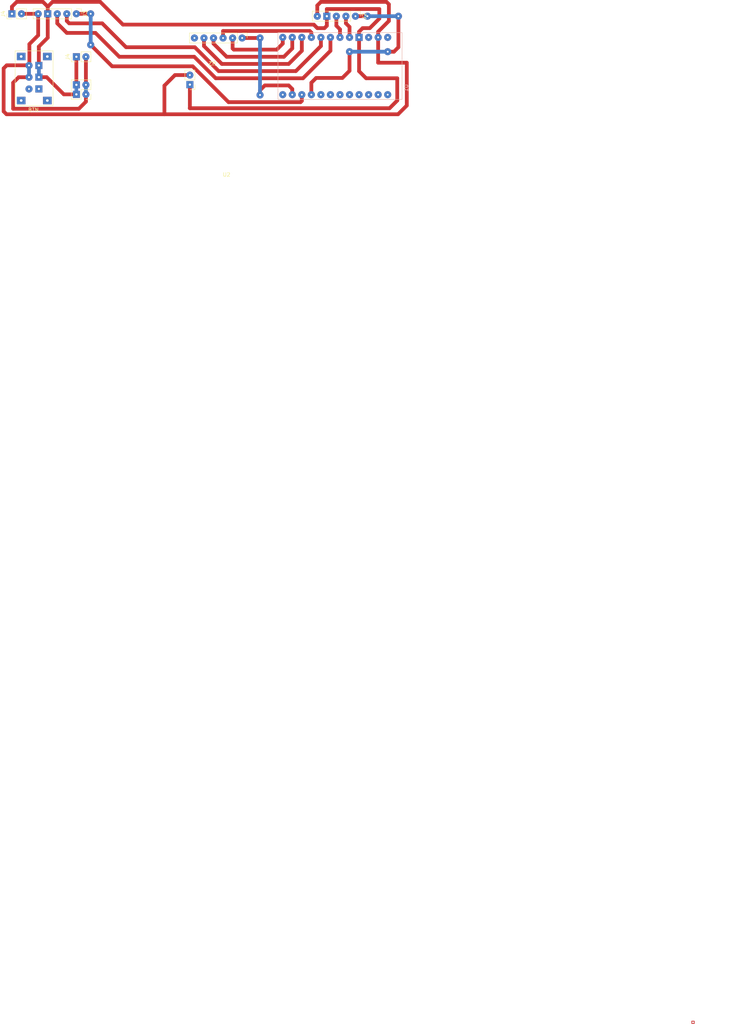
<source format=kicad_pcb>
(kicad_pcb (version 20221018) (generator pcbnew)
  (layers (0 "F.Cu" signal) (31 "B.Cu" signal) (34 "B.Paste" user) (35 "F.Paste" user) (36 "B.SilkS" user "B.Silkscreen") (37 "F.SilkS" user "F.Silkscreen") (38 "B.Mask" user) (39 "F.Mask" user) (44 "Edge.Cuts" user))
  (net 0 "")
  (net 1 "+5V")
  (net 2 "GND")
  (net 13 "Net-(J2-Pad1)")
  (net 14 "Net-(J2-Pad3)")
  (net 15 "Net-(J3-Pad2)")
  (net 16 "Net-(J2-Pad2)")
  (net 17 "Net-(J3-Pad3)")
  (net 19 "Net-(U1-PadJP6_9)")
  (net 20 "Net-(U1-PadJP6_10)")
  (net 21 "Net-(U1-PadJP6_11)")
  (net 22 "Net-(U1-PadJP6_12)")
  (net 23 "Net-(U1-PadJP7_2)")
  (net 25 "Net-(J3-Pad1)")
  (footprint "Arduino pro mini:NRF24L01" (layer "F.Cu") (at 69.8525 29.8425 180)
    (fp_text reference "U2" (at 0 -0.5 180 unlocked) (layer "F.SilkS"))
    (fp_text value "NRF24L01")
    (fp_line (start -9.263297 7.597626) (end -9.263297 6.267626) (stroke (width 0.12)) (layer "F.SilkS"))
    (fp_line (start -7.933297 7.597626) (end -9.263297 7.597626) (stroke (width 0.12)) (layer "F.SilkS"))
    (fp_line (start -6.663297 4.937626) (end 6.096703 4.937626) (stroke (width 0.12)) (layer "F.SilkS"))
    (fp_line (start -6.663297 7.597626) (end -6.663297 4.937626) (stroke (width 0.12)) (layer "F.SilkS"))
    (fp_line (start -6.663297 7.597626) (end 6.096703 7.597626) (stroke (width 0.12)) (layer "F.SilkS"))
    (fp_line (start 4.654 -7.467) (end 5.984 -7.467) (stroke (width 0.12)) (layer "F.SilkS"))
    (fp_line (start 4.654 -6.137) (end 4.654 -7.467) (stroke (width 0.12)) (layer "F.SilkS"))
    (fp_line (start 4.654 -4.867) (end 4.654 -2.267) (stroke (width 0.12)) (layer "F.SilkS"))
    (fp_line (start 4.654 -4.867) (end 7.314 -4.867) (stroke (width 0.12)) (layer "F.SilkS"))
    (fp_line (start 4.654 -2.267) (end 7.314 -2.267) (stroke (width 0.12)) (layer "F.SilkS"))
    (fp_line (start 6.096703 7.597626) (end 6.096703 4.937626) (stroke (width 0.12)) (layer "F.SilkS"))
    (fp_line (start 7.314 -4.867) (end 7.314 -2.267) (stroke (width 0.12)) (layer "F.SilkS"))
    (pad "1" thru_hole oval (at 5.984 -3.597 180) (size 1.9 1.9) (drill 0.5) (layers "*.Cu" "*.Mask") (net 2 "GND"))
    (pad "2" thru_hole rect (at 5.984 -6.137 180) (size 1.9 1.9) (drill 0.6) (layers "*.Cu" "*.Mask") (net 1 "+5V"))
    (pad "3" thru_hole oval (at -7.933297 6.267626 270) (size 1.9 1.9) (drill 0.5) (layers "*.Cu" "*.Mask") (net 23 "Net-(U1-PadJP7_2)"))
    (pad "4" thru_hole oval (at -5.393297 6.267626 270) (size 1.9 1.9) (drill 0.5) (layers "*.Cu" "*.Mask") (net 22 "Net-(U1-PadJP6_12)"))
    (pad "5" thru_hole oval (at -2.853297 6.267626 270) (size 1.9 1.9) (drill 0.5) (layers "*.Cu" "*.Mask") (net 19 "Net-(U1-PadJP6_9)"))
    (pad "6" thru_hole oval (at -0.313297 6.267626 270) (size 1.9 1.9) (drill 0.5) (layers "*.Cu" "*.Mask") (net 21 "Net-(U1-PadJP6_11)"))
    (pad "7" thru_hole oval (at 2.226703 6.267626 270) (size 1.9 1.9) (drill 0.5) (layers "*.Cu" "*.Mask") (net 20 "Net-(U1-PadJP6_10)"))
    (pad "8" thru_hole oval (at 4.766703 6.267626 270) (size 1.9 1.9) (drill 0.5) (layers "*.Cu" "*.Mask"))
  )
  (footprint "" (layer "F.Cu") (at 106.369203 27.220126)
    (fp_text reference "" (at 0 0) (layer "F.SilkS") (effects (font (size 1.27 1.27))))
    (fp_text value "" (at 0 0) (layer "F.SilkS") (effects (font (size 1.27 1.27))))
    (pad "JP7_4" thru_hole oval (at 0 0) (size 1.9 1.9) (drill 0.5) (layers "*.Cu" "*.Mask") (net 13 "Net-(J2-Pad1)"))
  )
  (footprint "" (layer "F.Cu") (at 119.3825 17.7775)
    (fp_text reference "" (at 0 0) (layer "F.SilkS") (effects (font (size 1.27 1.27))))
    (fp_text value "" (at 0 0) (layer "F.SilkS") (effects (font (size 1.27 1.27))))
    (pad "1" thru_hole oval (at 0 0 270) (size 1.9 1.9) (drill 0.5) (layers "*.Cu" "*.Mask") (net 13 "Net-(J2-Pad1)"))
  )
  (footprint "Connector_PinHeader_2.54mm:PinHeader_2x02_P2.54mm_Vertical" (layer "F.Cu") (at 36.1975 38.5725 180)
    (fp_text reference "" (at 1.27 -2.33) (layer "F.SilkS"))
    (fp_text value "POWERS")
    (fp_line (start -1.33 -1.33) (end 0 -1.33) (stroke (width 0.12)) (layer "F.SilkS"))
    (fp_line (start -1.33 0) (end -1.33 -1.33) (stroke (width 0.12)) (layer "F.SilkS"))
    (fp_line (start -1.33 1.27) (end -1.33 3.87) (stroke (width 0.12)) (layer "F.SilkS"))
    (fp_line (start -1.33 1.27) (end 1.27 1.27) (stroke (width 0.12)) (layer "F.SilkS"))
    (fp_line (start -1.33 3.87) (end 3.87 3.87) (stroke (width 0.12)) (layer "F.SilkS"))
    (fp_line (start 1.27 -1.33) (end 3.87 -1.33) (stroke (width 0.12)) (layer "F.SilkS"))
    (fp_line (start 1.27 1.27) (end 1.27 -1.33) (stroke (width 0.12)) (layer "F.SilkS"))
    (fp_line (start 3.87 -1.33) (end 3.87 3.87) (stroke (width 0.12)) (layer "F.SilkS"))
    (pad "1" thru_hole oval (at 0 0 180) (size 1.9 1.9) (drill 0.5) (layers "*.Cu" "*.Mask") (net 2 "GND"))
    (pad "2" thru_hole rect (at 2.54 0 180) (size 1.9 1.9) (drill 0.6) (layers "*.Cu" "*.Mask") (net 1 "+5V"))
    (pad "3" thru_hole oval (at 0 2.54 180) (size 1.9 1.9) (drill 0.5) (layers "*.Cu" "*.Mask") (net 2 "GND"))
    (pad "4" thru_hole rect (at 2.54 2.54 180) (size 1.9 1.9) (drill 0.6) (layers "*.Cu" "*.Mask") (net 1 "+5V"))
  )
  (footprint "" (layer "F.Cu") (at 111.1275 17.7775)
    (fp_text reference "" (at 0 0) (layer "F.SilkS") (effects (font (size 1.27 1.27))))
    (fp_text value "" (at 0 0) (layer "F.SilkS") (effects (font (size 1.27 1.27))))
    (pad "1" thru_hole oval (at 0 0 270) (size 1.9 1.9) (drill 0.5) (layers "*.Cu" "*.Mask") (net 13 "Net-(J2-Pad1)"))
  )
  (footprint "Connector_PinHeader_2.54mm:PinHeader_1x02_P2.54mm_Vertical" (layer "F.Cu") (at 33.6575 28.5725 90)
    (fp_text reference "J4" (at 0 -2.33 90) (layer "F.SilkS"))
    (fp_text value "Power-IN")
    (fp_line (start -1.33 -1.33) (end 0 -1.33) (stroke (width 0.12)) (layer "F.SilkS"))
    (fp_line (start -1.33 0) (end -1.33 -1.33) (stroke (width 0.12)) (layer "F.SilkS"))
    (fp_line (start -1.33 1.27) (end -1.33 3.87) (stroke (width 0.12)) (layer "F.SilkS"))
    (fp_line (start -1.33 1.27) (end 1.33 1.27) (stroke (width 0.12)) (layer "F.SilkS"))
    (fp_line (start -1.33 3.87) (end 1.33 3.87) (stroke (width 0.12)) (layer "F.SilkS"))
    (fp_line (start 1.33 1.27) (end 1.33 3.87) (stroke (width 0.12)) (layer "F.SilkS"))
    (pad "1" thru_hole rect (at 0 0 90) (size 1.9 1.9) (drill 0.6) (layers "*.Cu" "*.Mask") (net 1 "+5V"))
    (pad "2" thru_hole oval (at 0 2.54 90) (size 1.9 1.9) (drill 0.5) (layers "*.Cu" "*.Mask") (net 2 "GND"))
  )
  (footprint "" (layer "F.Cu") (at 116.529203 27.220126)
    (fp_text reference "" (at 0 0) (layer "F.SilkS") (effects (font (size 1.27 1.27))))
    (fp_text value "" (at 0 0) (layer "F.SilkS") (effects (font (size 1.27 1.27))))
    (pad "JP7_4" thru_hole oval (at 0 0) (size 1.9 1.9) (drill 0.5) (layers "*.Cu" "*.Mask") (net 13 "Net-(J2-Pad1)"))
  )
  (footprint "" (layer "F.Cu") (at 82.5525 38.7325)
    (fp_text reference "" (at 0 0) (layer "F.SilkS") (effects (font (size 1.27 1.27))))
    (fp_text value "" (at 0 0) (layer "F.SilkS") (effects (font (size 1.27 1.27))))
    (pad "3" thru_hole oval (at 0 0 270) (size 1.9 1.9) (drill 0.5) (layers "*.Cu" "*.Mask") (net 23 "Net-(U1-PadJP7_2)"))
  )
  (footprint "Connector_PinHeader_2.54mm:PinHeader_1x05_P2.54mm_Vertical" (layer "F.Cu") (at 107.9475 17.7775 -90)
    (fp_text reference "J2" (at 0 -2.33 90) (layer "F.SilkS"))
    (fp_text value "Joystick_Right")
    (fp_line (start -1.33 -1.33) (end 0 -1.33) (stroke (width 0.12)) (layer "F.SilkS"))
    (fp_line (start -1.33 0) (end -1.33 -1.33) (stroke (width 0.12)) (layer "F.SilkS"))
    (fp_line (start -1.33 1.27) (end -1.33 11.49) (stroke (width 0.12)) (layer "F.SilkS"))
    (fp_line (start -1.33 1.27) (end 1.33 1.27) (stroke (width 0.12)) (layer "F.SilkS"))
    (fp_line (start -1.33 11.49) (end 1.33 11.49) (stroke (width 0.12)) (layer "F.SilkS"))
    (fp_line (start 1.33 1.27) (end 1.33 11.49) (stroke (width 0.12)) (layer "F.SilkS"))
    (pad "1" thru_hole oval (at 0 0 270) (size 1.9 1.9) (drill 0.5) (layers "*.Cu" "*.Mask") (net 13 "Net-(J2-Pad1)"))
    (pad "2" thru_hole oval (at 0 2.54 270) (size 1.9 1.9) (drill 0.5) (layers "*.Cu" "*.Mask") (net 16 "Net-(J2-Pad2)"))
    (pad "3" thru_hole oval (at 0 5.08 270) (size 1.9 1.9) (drill 0.5) (layers "*.Cu" "*.Mask") (net 14 "Net-(J2-Pad3)"))
    (pad "4" thru_hole rect (at 0 7.62 270) (size 1.9 1.9) (drill 0.6) (layers "*.Cu" "*.Mask") (net 1 "+5V"))
    (pad "5" thru_hole oval (at 0 10.16 270) (size 1.9 1.9) (drill 0.5) (layers "*.Cu" "*.Mask") (net 2 "GND"))
  )
  (footprint "Connector_PinHeader_2.54mm:PushButton_6_pin" (layer "F.Cu") (at 25.970152 40.090209 180)
    (fp_text reference "BTN" (at 3.74 -2.618) (layer "F.SilkS"))
    (fp_text value "PushButton")
    (fp_line (start -1.491194 -1.496) (end -1.491194 13.09) (stroke (width 0.12)) (layer "F.SilkS"))
    (fp_line (start -1.491194 -1.496) (end 8.602 -1.496) (stroke (width 0.12)) (layer "F.SilkS"))
    (fp_line (start -1.491194 13.09) (end 8.602 13.09) (stroke (width 0.12)) (layer "F.SilkS"))
    (fp_line (start 8.602 -1.496) (end 8.602 13.09) (stroke (width 0.12)) (layer "F.SilkS"))
    (pad "" thru_hole rect (at 0.03893 -0.118391 180) (size 2.3 2) (drill 0.7) (layers "*.Cu" "*.Mask"))
    (pad "" thru_hole rect (at 0.043736 11.586152 180) (size 2.3 2) (drill 0.7) (layers "*.Cu" "*.Mask"))
    (pad "" thru_hole rect (at 7.000509 -0.118391 180) (size 2.3 2) (drill 0.7) (layers "*.Cu" "*.Mask"))
    (pad "" thru_hole rect (at 7.000509 11.59419 180) (size 2.3 2) (drill 0.7) (layers "*.Cu" "*.Mask"))
    (pad "1" thru_hole rect (at 2.294688 2.967779 180) (size 1.9 1.9) (drill 0.6) (layers "*.Cu" "*.Mask"))
    (pad "2" thru_hole oval (at 4.918896 2.948554 180) (size 1.9 1.9) (drill 0.5) (layers "*.Cu" "*.Mask"))
    (pad "3" thru_hole rect (at 2.29506 6.097205 180) (size 1.9 1.9) (drill 0.6) (layers "*.Cu" "*.Mask") (net 1 "+5V"))
    (pad "4" thru_hole oval (at 4.919268 6.07798 180) (size 1.9 1.9) (drill 0.5) (layers "*.Cu" "*.Mask") (net 2 "GND"))
    (pad "5" thru_hole rect (at 2.30164 9.207406 180) (size 1.9 1.9) (drill 0.6) (layers "*.Cu" "*.Mask") (net 1 "+5V"))
    (pad "6" thru_hole oval (at 4.91964 9.207406 180) (size 1.9 1.9) (drill 0.5) (layers "*.Cu" "*.Mask") (net 2 "GND"))
  )
  (footprint "" (layer "F.Cu") (at 37.4675 25.3975)
    (fp_text reference "" (at 0 0) (layer "F.SilkS") (effects (font (size 1.27 1.27))))
    (fp_text value "" (at 0 0) (layer "F.SilkS") (effects (font (size 1.27 1.27))))
    (pad "1" thru_hole oval (at 0 0 270) (size 1.9 1.9) (drill 0.5) (layers "*.Cu" "*.Mask") (net 25 "Net-(J3-Pad1)"))
  )
  (footprint "Connector_PinHeader_2.54mm:PinHeader_1x02_P2.54mm_Vertical" (layer "F.Cu") (at 16.5075 17.1425 90)
    (fp_text reference "J4" (at 0 -2.33 90) (layer "F.SilkS"))
    (fp_text value "Power-IN")
    (fp_line (start -1.33 -1.33) (end 0 -1.33) (stroke (width 0.12)) (layer "F.SilkS"))
    (fp_line (start -1.33 0) (end -1.33 -1.33) (stroke (width 0.12)) (layer "F.SilkS"))
    (fp_line (start -1.33 1.27) (end -1.33 3.87) (stroke (width 0.12)) (layer "F.SilkS"))
    (fp_line (start -1.33 1.27) (end 1.33 1.27) (stroke (width 0.12)) (layer "F.SilkS"))
    (fp_line (start -1.33 3.87) (end 1.33 3.87) (stroke (width 0.12)) (layer "F.SilkS"))
    (fp_line (start 1.33 1.27) (end 1.33 3.87) (stroke (width 0.12)) (layer "F.SilkS"))
    (pad "1" thru_hole rect (at 0 0 90) (size 1.9 1.9) (drill 0.6) (layers "*.Cu" "*.Mask") (net 1 "+5V"))
    (pad "2" thru_hole oval (at 0 2.54 90) (size 1.9 1.9) (drill 0.5) (layers "*.Cu" "*.Mask") (net 2 "GND"))
  )
  (footprint "" (layer "F.Cu") (at 82.536044 23.568026)
    (fp_text reference "" (at 0 0) (layer "F.SilkS") (effects (font (size 1.27 1.27))))
    (fp_text value "" (at 0 0) (layer "F.SilkS") (effects (font (size 1.27 1.27))))
    (pad "3" thru_hole oval (at 0 0 270) (size 1.9 1.9) (drill 0.5) (layers "*.Cu" "*.Mask") (net 23 "Net-(U1-PadJP7_2)"))
  )
  (footprint "Connector_PinHeader_2.54mm:PinHeader_1x05_P2.54mm_Vertical" (layer "F.Cu") (at 33.6525 17.1425 -90)
    (fp_text reference "J3" (at 0 -2.33 90) (layer "F.SilkS"))
    (fp_text value "Joystick_Left")
    (fp_line (start -1.33 -1.33) (end 0 -1.33) (stroke (width 0.12)) (layer "F.SilkS"))
    (fp_line (start -1.33 0) (end -1.33 -1.33) (stroke (width 0.12)) (layer "F.SilkS"))
    (fp_line (start -1.33 1.27) (end -1.33 11.49) (stroke (width 0.12)) (layer "F.SilkS"))
    (fp_line (start -1.33 1.27) (end 1.33 1.27) (stroke (width 0.12)) (layer "F.SilkS"))
    (fp_line (start -1.33 11.49) (end 1.33 11.49) (stroke (width 0.12)) (layer "F.SilkS"))
    (fp_line (start 1.33 1.27) (end 1.33 11.49) (stroke (width 0.12)) (layer "F.SilkS"))
    (pad "1" thru_hole oval (at 0 0 270) (size 1.9 1.9) (drill 0.5) (layers "*.Cu" "*.Mask") (net 25 "Net-(J3-Pad1)"))
    (pad "2" thru_hole oval (at 0 2.54 270) (size 1.9 1.9) (drill 0.5) (layers "*.Cu" "*.Mask") (net 15 "Net-(J3-Pad2)"))
    (pad "3" thru_hole oval (at 0 5.08 270) (size 1.9 1.9) (drill 0.5) (layers "*.Cu" "*.Mask") (net 17 "Net-(J3-Pad3)"))
    (pad "4" thru_hole rect (at 0 7.62 270) (size 1.9 1.9) (drill 0.6) (layers "*.Cu" "*.Mask") (net 1 "+5V"))
    (pad "5" thru_hole oval (at 0 10.16 270) (size 1.9 1.9) (drill 0.5) (layers "*.Cu" "*.Mask") (net 2 "GND"))
  )
  (footprint "" (layer "F.Cu") (at 37.4675 17.1425)
    (fp_text reference "" (at 0 0) (layer "F.SilkS") (effects (font (size 1.27 1.27))))
    (fp_text value "" (at 0 0) (layer "F.SilkS") (effects (font (size 1.27 1.27))))
    (pad "1" thru_hole oval (at 0 0 270) (size 1.9 1.9) (drill 0.5) (layers "*.Cu" "*.Mask") (net 25 "Net-(J3-Pad1)"))
  )
  (footprint "Arduino pro mini:MODULE_ARDUINO_PRO_MINI" (layer "B.Cu") (at 103.829203 31.030126 90)
    (fp_text reference "U1" (at -5.825 17.635 270) (layer "B.SilkS") (effects (justify mirror)))
    (fp_text value "ARDUINO_PRO_MINI")
    (fp_line (start -8.89 -16.51) (end 8.89 -16.51) (stroke (width 0.127)) (layer "B.SilkS"))
    (fp_line (start -8.89 16.51) (end -8.89 -16.51) (stroke (width 0.127)) (layer "B.SilkS"))
    (fp_line (start 8.89 -16.51) (end 8.89 16.51) (stroke (width 0.127)) (layer "B.SilkS"))
    (fp_line (start 8.89 16.51) (end -8.89 16.51) (stroke (width 0.127)) (layer "B.SilkS"))
    (pad "JP6_1" thru_hole oval (at 7.62 12.7 90) (size 1.9 1.9) (drill 0.5) (layers "*.Cu" "*.Mask"))
    (pad "JP6_2" thru_hole oval (at 7.62 10.16 90) (size 1.9 1.9) (drill 0.5) (layers "*.Cu" "*.Mask") (net 2 "GND"))
    (pad "JP6_3" thru_hole oval (at 7.62 7.62 90) (size 1.9 1.9) (drill 0.5) (layers "*.Cu" "*.Mask"))
    (pad "JP6_4" thru_hole rect (at 7.62 5.08 90) (size 1.9 1.9) (drill 0.6) (layers "*.Cu" "*.Mask") (net 1 "+5V"))
    (pad "JP6_5" thru_hole oval (at 7.62 2.54 90) (size 1.9 1.9) (drill 0.5) (layers "*.Cu" "*.Mask") (net 16 "Net-(J2-Pad2)"))
    (pad "JP6_6" thru_hole oval (at 7.62 0 90) (size 1.9 1.9) (drill 0.5) (layers "*.Cu" "*.Mask") (net 14 "Net-(J2-Pad3)"))
    (pad "JP6_7" thru_hole oval (at 7.62 -2.54 90) (size 1.9 1.9) (drill 0.5) (layers "*.Cu" "*.Mask") (net 17 "Net-(J3-Pad3)"))
    (pad "JP6_8" thru_hole oval (at 7.62 -5.08 90) (size 1.9 1.9) (drill 0.5) (layers "*.Cu" "*.Mask") (net 15 "Net-(J3-Pad2)"))
    (pad "JP6_9" thru_hole oval (at 7.62 -7.62 90) (size 1.9 1.9) (drill 0.5) (layers "*.Cu" "*.Mask") (net 19 "Net-(U1-PadJP6_9)"))
    (pad "JP6_10" thru_hole oval (at 7.62 -10.16 90) (size 1.9 1.9) (drill 0.5) (layers "*.Cu" "*.Mask") (net 20 "Net-(U1-PadJP6_10)"))
    (pad "JP6_11" thru_hole oval (at 7.62 -12.7 90) (size 1.9 1.9) (drill 0.5) (layers "*.Cu" "*.Mask") (net 21 "Net-(U1-PadJP6_11)"))
    (pad "JP6_12" thru_hole oval (at 7.62 -15.24 90) (size 1.9 1.9) (drill 0.5) (layers "*.Cu" "*.Mask") (net 22 "Net-(U1-PadJP6_12)"))
    (pad "JP7_1" thru_hole oval (at -7.62 -15.24 90) (size 1.9 1.9) (drill 0.5) (layers "*.Cu" "*.Mask"))
    (pad "JP7_2" thru_hole oval (at -7.62 -12.7 90) (size 1.9 1.9) (drill 0.5) (layers "*.Cu" "*.Mask") (net 23 "Net-(U1-PadJP7_2)"))
    (pad "JP7_3" thru_hole oval (at -7.62 -10.16 90) (size 1.9 1.9) (drill 0.5) (layers "*.Cu" "*.Mask") (net 25 "Net-(J3-Pad1)"))
    (pad "JP7_4" thru_hole oval (at -7.62 -7.62 90) (size 1.9 1.9) (drill 0.5) (layers "*.Cu" "*.Mask") (net 13 "Net-(J2-Pad1)"))
    (pad "JP7_5" thru_hole oval (at -7.62 -5.08 90) (size 1.9 1.9) (drill 0.5) (layers "*.Cu" "*.Mask"))
    (pad "JP7_6" thru_hole oval (at -7.62 -2.54 90) (size 1.9 1.9) (drill 0.5) (layers "*.Cu" "*.Mask"))
    (pad "JP7_7" thru_hole oval (at -7.62 0 90) (size 1.9 1.9) (drill 0.5) (layers "*.Cu" "*.Mask"))
    (pad "JP7_8" thru_hole oval (at -7.62 2.54 90) (size 1.9 1.9) (drill 0.5) (layers "*.Cu" "*.Mask"))
    (pad "JP7_9" thru_hole oval (at -7.62 5.08 90) (size 1.9 1.9) (drill 0.5) (layers "*.Cu" "*.Mask"))
    (pad "JP7_10" thru_hole oval (at -7.62 7.62 90) (size 1.9 1.9) (drill 0.5) (layers "*.Cu" "*.Mask"))
    (pad "JP7_11" thru_hole oval (at -7.62 10.16 90) (size 1.9 1.9) (drill 0.5) (layers "*.Cu" "*.Mask"))
    (pad "JP7_12" thru_hole oval (at -7.62 12.7 90) (size 1.9 1.9) (drill 0.5) (layers "*.Cu" "*.Mask"))
  )
  (gr_rect (start 197.485 285.115) (end 198.12 285.75) (stroke (width 0.2)) (fill none) (layer "F.Cu"))
  (gr_text "U2" (at 73.631603 59.937205) (layer "F.SilkS") (effects (font (size 1 1))))
  (segment (start 23.664793 25.865207) (end 26.0325 23.4975) (width 1) (layer "F.Cu") (net 1))
  (segment (start 40.0075 13.9675) (end 46.051094 20.011094) (width 1) (layer "F.Cu") (net 1))
  (segment (start 16.5075 17.1425) (end 16.5075 15.2425) (width 1) (layer "F.Cu") (net 1))
  (segment (start 117.02515 42.258578) (end 119.069203 40.214525) (width 1) (layer "F.Cu") (net 1))
  (segment (start 63.8685 42.243656) (end 63.853578 42.258578) (width 1) (layer "F.Cu") (net 1))
  (segment (start 99.6975 20.9525) (end 100.3275 20.3225) (width 1) (layer "F.Cu") (net 1))
  (segment (start 100.3275 20.3225) (end 100.3275 17.7775) (width 1) (layer "F.Cu") (net 1))
  (segment (start 26.0325 23.4975) (end 26.0325 17.1425) (width 1) (layer "F.Cu") (net 1))
  (segment (start 108.909203 32.408571) (end 108.909203 23.410126) (width 1) (layer "F.Cu") (net 1))
  (segment (start 97.7925 20.9525) (end 99.6975 20.9525) (width 1) (layer "F.Cu") (net 1))
  (segment (start 25.743004 33.993004) (end 30.3225 38.5725) (width 1) (layer "F.Cu") (net 1))
  (segment (start 100.3275 15.8725) (end 114.3025 15.8725) (width 1) (layer "F.Cu") (net 1))
  (segment (start 17.7825 13.9675) (end 24.7675 13.9675) (width 1) (layer "F.Cu") (net 1))
  (segment (start 119.069203 40.214525) (end 119.069203 34.2875) (width 1) (layer "F.Cu") (net 1))
  (segment (start 30.3225 38.5725) (end 33.6575 38.5725) (width 1) (layer "F.Cu") (net 1))
  (segment (start 33.6575 36.0325) (end 33.6575 28.5725) (width 1) (layer "F.Cu") (net 1))
  (segment (start 23.664793 30.879084) (end 23.664793 25.865207) (width 1) (layer "F.Cu") (net 1))
  (segment (start 46.051094 20.011094) (end 96.851094 20.011094) (width 1) (layer "F.Cu") (net 1))
  (segment (start 26.0325 15.2425) (end 27.3075 13.9675) (width 1) (layer "F.Cu") (net 1))
  (segment (start 114.3025 18.4125) (end 111.7625 20.9525) (width 1) (layer "F.Cu") (net 1))
  (segment (start 100.3275 17.7775) (end 100.3275 15.8725) (width 1) (layer "F.Cu") (net 1))
  (segment (start 96.851094 20.011094) (end 97.7925 20.9525) (width 1) (layer "F.Cu") (net 1))
  (segment (start 27.3075 13.9675) (end 40.0075 13.9675) (width 1) (layer "F.Cu") (net 1))
  (segment (start 26.0325 17.1425) (end 26.0325 15.2425) (width 1) (layer "F.Cu") (net 1))
  (segment (start 108.909203 21.900797) (end 108.909203 23.410126) (width 1) (layer "F.Cu") (net 1))
  (segment (start 63.8685 35.9795) (end 63.8685 42.243656) (width 1) (layer "F.Cu") (net 1))
  (segment (start 111.7625 20.9525) (end 109.8575 20.9525) (width 1) (layer "F.Cu") (net 1))
  (segment (start 26.0325 15.2325) (end 26.0325 15.2425) (width 1) (layer "F.Cu") (net 1))
  (segment (start 16.5075 15.2425) (end 17.7825 13.9675) (width 1) (layer "F.Cu") (net 1))
  (segment (start 23.668512 30.882803) (end 23.664793 30.879084) (width 1) (layer "F.Cu") (net 1))
  (segment (start 119.069203 34.2875) (end 110.788132 34.2875) (width 1) (layer "F.Cu") (net 1))
  (segment (start 63.853578 42.258578) (end 117.02515 42.258578) (width 1) (layer "F.Cu") (net 1))
  (segment (start 110.788132 34.2875) (end 108.909203 32.408571) (width 1) (layer "F.Cu") (net 1))
  (segment (start 24.7675 13.9675) (end 26.0325 15.2325) (width 1) (layer "F.Cu") (net 1))
  (segment (start 109.8575 20.9525) (end 108.909203 21.900797) (width 1) (layer "F.Cu") (net 1))
  (segment (start 114.3025 15.8725) (end 114.3025 18.4125) (width 1) (layer "F.Cu") (net 1))
  (segment (start 23.675092 33.993004) (end 25.743004 33.993004) (width 1) (layer "F.Cu") (net 1))
  (segment (start 33.6575 38.5725) (end 33.6575 36.0325) (width 1) (layer "B.Cu") (net 1))
  (segment (start 23.675092 33.993004) (end 23.675092 30.889383) (width 1) (layer "B.Cu") (net 1))
  (segment (start 23.675092 30.889383) (end 23.668512 30.882803) (width 1) (layer "B.Cu") (net 1))
  (segment (start 63.8685 33.4395) (end 59.9055 33.4395) (width 1) (layer "F.Cu") (net 2))
  (segment (start 34.317956 42.397958) (end 16.834203 42.397958) (width 1) (layer "F.Cu") (net 2))
  (segment (start 23.4925 17.1425) (end 23.4925 22.8625) (width 1) (layer "F.Cu") (net 2))
  (segment (start 121.609203 41.540392) (end 121.609203 30.151037) (width 1) (layer "F.Cu") (net 2))
  (segment (start 21.007232 30.839523) (end 15.119806 30.839523) (width 1) (layer "F.Cu") (net 2))
  (segment (start 57.096408 36.248592) (end 57.096408 43.868592) (width 1) (layer "F.Cu") (net 2))
  (segment (start 119.281003 43.868592) (end 121.609203 41.540392) (width 1) (layer "F.Cu") (net 2))
  (segment (start 21.050512 30.882803) (end 21.007232 30.839523) (width 1) (layer "F.Cu") (net 2))
  (segment (start 116.8425 14.6025) (end 116.8425 19.0475) (width 1) (layer "F.Cu") (net 2))
  (segment (start 16.834203 35.475126) (end 18.2971 34.012229) (width 1) (layer "F.Cu") (net 2))
  (segment (start 14.294203 43.095126) (end 15.067669 43.868592) (width 1) (layer "F.Cu") (net 2))
  (segment (start 116.2075 13.9675) (end 116.8425 14.6025) (width 1) (layer "F.Cu") (net 2))
  (segment (start 21.154166 30.779149) (end 21.050512 30.882803) (width 1) (layer "F.Cu") (net 2))
  (segment (start 21.154166 25.200834) (end 21.154166 30.779149) (width 1) (layer "F.Cu") (net 2))
  (segment (start 15.119806 30.839523) (end 14.294203 31.665126) (width 1) (layer "F.Cu") (net 2))
  (segment (start 113.989203 30.151037) (end 113.989203 23.410126) (width 1) (layer "F.Cu") (net 2))
  (segment (start 16.834203 42.397958) (end 16.834203 35.475126) (width 1) (layer "F.Cu") (net 2))
  (segment (start 116.8425 19.0475) (end 113.989203 21.900797) (width 1) (layer "F.Cu") (net 2))
  (segment (start 59.9055 33.4395) (end 57.096408 36.248592) (width 1) (layer "F.Cu") (net 2))
  (segment (start 18.2971 34.012229) (end 21.050884 34.012229) (width 1) (layer "F.Cu") (net 2))
  (segment (start 98.745 13.9675) (end 116.2075 13.9675) (width 1) (layer "F.Cu") (net 2))
  (segment (start 121.609203 30.151037) (end 113.989203 30.151037) (width 1) (layer "F.Cu") (net 2))
  (segment (start 113.989203 21.900797) (end 113.989203 23.410126) (width 1) (layer "F.Cu") (net 2))
  (segment (start 36.1975 28.5725) (end 36.1975 36.0325) (width 1) (layer "F.Cu") (net 2))
  (segment (start 23.4925 22.8625) (end 21.154166 25.200834) (width 1) (layer "F.Cu") (net 2))
  (segment (start 15.067669 43.868592) (end 57.096408 43.868592) (width 1) (layer "F.Cu") (net 2))
  (segment (start 97.7875 14.925) (end 98.745 13.9675) (width 1) (layer "F.Cu") (net 2))
  (segment (start 19.0475 17.1425) (end 23.4925 17.1425) (width 1) (layer "F.Cu") (net 2))
  (segment (start 97.7875 17.7775) (end 97.7875 14.925) (width 1) (layer "F.Cu") (net 2))
  (segment (start 36.1975 38.5725) (end 36.1975 40.518414) (width 1) (layer "F.Cu") (net 2))
  (segment (start 36.1975 40.518414) (end 34.317956 42.397958) (width 1) (layer "F.Cu") (net 2))
  (segment (start 57.096408 43.868592) (end 119.281003 43.868592) (width 1) (layer "F.Cu") (net 2))
  (segment (start 14.294203 31.665126) (end 14.294203 43.095126) (width 1) (layer "F.Cu") (net 2))
  (segment (start 21.050512 34.011857) (end 21.050884 34.012229) (width 1) (layer "B.Cu") (net 2))
  (segment (start 21.050512 30.882803) (end 21.050512 34.011857) (width 1) (layer "B.Cu") (net 2))
  (segment (start 36.1975 38.5725) (end 36.1975 36.0325) (width 1) (layer "B.Cu") (net 2))
  (segment (start 97.479203 34.205126) (end 104.464203 34.205126) (width 1) (layer "F.Cu") (net 13))
  (segment (start 104.464203 34.205126) (end 106.369203 32.300126) (width 1) (layer "F.Cu") (net 13))
  (segment (start 106.369203 32.300126) (end 106.369203 27.220126) (width 1) (layer "F.Cu") (net 13))
  (segment (start 119.3825 17.7775) (end 119.3825 26.0325) (width 1) (layer "F.Cu") (net 13))
  (segment (start 119.3825 26.0325) (end 118.194874 27.220126) (width 1) (layer "F.Cu") (net 13))
  (segment (start 96.209203 38.650126) (end 96.209203 35.475126) (width 1) (layer "F.Cu") (net 13))
  (segment (start 107.9475 17.7775) (end 111.1275 17.7775) (width 1) (layer "F.Cu") (net 13))
  (segment (start 118.194874 27.220126) (end 116.529203 27.220126) (width 1) (layer "F.Cu") (net 13))
  (segment (start 96.209203 35.475126) (end 97.479203 34.205126) (width 1) (layer "F.Cu") (net 13))
  (segment (start 106.369203 27.220126) (end 116.529203 27.220126) (width 1) (layer "B.Cu") (net 13))
  (segment (start 111.1275 17.7775) (end 119.3825 17.7775) (width 1) (layer "B.Cu") (net 13))
  (segment (start 103.829203 21.274203) (end 103.829203 23.410126) (width 1) (layer "F.Cu") (net 14))
  (segment (start 102.8675 17.7775) (end 102.8675 20.3125) (width 1) (layer "F.Cu") (net 14))
  (segment (start 102.8675 20.3125) (end 103.829203 21.274203) (width 1) (layer "F.Cu") (net 14))
  (segment (start 65.186763 26.0325) (end 71.536763 32.3825) (width 1) (layer "F.Cu") (net 15))
  (segment (start 40.538528 19.6825) (end 46.888528 26.0325) (width 1) (layer "F.Cu") (net 15))
  (segment (start 71.536763 32.3825) (end 92.0775 32.3825) (width 1) (layer "F.Cu") (net 15))
  (segment (start 98.749203 25.710797) (end 98.749203 23.410126) (width 1) (layer "F.Cu") (net 15))
  (segment (start 31.1125 17.1425) (end 31.1125 19.0425) (width 1) (layer "F.Cu") (net 15))
  (segment (start 46.888528 26.0325) (end 65.186763 26.0325) (width 1) (layer "F.Cu") (net 15))
  (segment (start 31.1125 19.0425) (end 31.7525 19.6825) (width 1) (layer "F.Cu") (net 15))
  (segment (start 31.7525 19.6825) (end 40.538528 19.6825) (width 1) (layer "F.Cu") (net 15))
  (segment (start 92.0775 32.3825) (end 98.749203 25.710797) (width 1) (layer "F.Cu") (net 15))
  (segment (start 105.4075 19.6775) (end 106.369203 20.639203) (width 1) (layer "F.Cu") (net 16))
  (segment (start 105.4075 17.7775) (end 105.4075 19.6775) (width 1) (layer "F.Cu") (net 16))
  (segment (start 106.369203 20.639203) (end 106.369203 23.410126) (width 1) (layer "F.Cu") (net 16))
  (segment (start 28.5725 17.1425) (end 28.5725 19.6775) (width 1) (layer "F.Cu") (net 17))
  (segment (start 93.9825 34.2875) (end 101.289203 26.980797) (width 1) (layer "F.Cu") (net 17))
  (segment (start 70.75296 34.2875) (end 93.9825 34.2875) (width 1) (layer "F.Cu") (net 17))
  (segment (start 28.5725 19.6775) (end 31.1175 22.2225) (width 1) (layer "F.Cu") (net 17))
  (segment (start 45.0875 28.5725) (end 65.03796 28.5725) (width 1) (layer "F.Cu") (net 17))
  (segment (start 38.7375 22.2225) (end 45.0875 28.5725) (width 1) (layer "F.Cu") (net 17))
  (segment (start 65.03796 28.5725) (end 70.75296 34.2875) (width 1) (layer "F.Cu") (net 17))
  (segment (start 101.289203 26.980797) (end 101.289203 23.410126) (width 1) (layer "F.Cu") (net 17))
  (segment (start 31.1175 22.2225) (end 38.7375 22.2225) (width 1) (layer "F.Cu") (net 17))
  (segment (start 95.77307 21.710336) (end 96.209203 22.146469) (width 1) (layer "F.Cu") (net 19))
  (segment (start 72.705797 21.710336) (end 95.77307 21.710336) (width 1) (layer "F.Cu") (net 19))
  (segment (start 72.705797 23.574874) (end 72.705797 21.710336) (width 1) (layer "F.Cu") (net 19))
  (segment (start 96.209203 22.146469) (end 96.209203 23.410126) (width 1) (layer "F.Cu") (net 19))
  (segment (start 72.3925 30.4775) (end 90.1725 30.4775) (width 1) (layer "F.Cu") (net 20))
  (segment (start 90.1725 30.4775) (end 93.669203 26.980797) (width 1) (layer "F.Cu") (net 20))
  (segment (start 67.625797 25.710797) (end 72.3925 30.4775) (width 1) (layer "F.Cu") (net 20))
  (segment (start 67.625797 23.574874) (end 67.625797 25.710797) (width 1) (layer "F.Cu") (net 20))
  (segment (start 93.669203 26.980797) (end 93.669203 23.410126) (width 1) (layer "F.Cu") (net 20))
  (segment (start 91.129203 26.345797) (end 91.129203 23.410126) (width 1) (layer "F.Cu") (net 21))
  (segment (start 73.6625 28.5725) (end 88.9025 28.5725) (width 1) (layer "F.Cu") (net 21))
  (segment (start 70.165797 25.075797) (end 73.6625 28.5725) (width 1) (layer "F.Cu") (net 21))
  (segment (start 70.165797 23.574874) (end 70.165797 25.075797) (width 1) (layer "F.Cu") (net 21))
  (segment (start 88.9025 28.5725) (end 91.129203 26.345797) (width 1) (layer "F.Cu") (net 21))
  (segment (start 75.245797 26.345797) (end 75.5675 26.6675) (width 1) (layer "F.Cu") (net 22))
  (segment (start 86.9975 26.6675) (end 88.589203 25.075797) (width 1) (layer "F.Cu") (net 22))
  (segment (start 88.589203 25.075797) (end 88.589203 23.410126) (width 1) (layer "F.Cu") (net 22))
  (segment (start 75.245797 23.574874) (end 75.245797 26.345797) (width 1) (layer "F.Cu") (net 22))
  (segment (start 75.5675 26.6675) (end 86.9975 26.6675) (width 1) (layer "F.Cu") (net 22))
  (segment (start 77.785797 23.574874) (end 82.529196 23.574874) (width 1) (layer "F.Cu") (net 23))
  (segment (start 82.529196 23.574874) (end 82.536044 23.568026) (width 1) (layer "F.Cu") (net 23))
  (segment (start 91.129203 37.149203) (end 91.129203 38.650126) (width 1) (layer "F.Cu") (net 23))
  (segment (start 82.5525 37.4625) (end 83.8225 36.1925) (width 1) (layer "F.Cu") (net 23))
  (segment (start 90.1725 36.1925) (end 91.129203 37.149203) (width 1) (layer "F.Cu") (net 23))
  (segment (start 82.5525 38.7325) (end 82.5525 37.4625) (width 1) (layer "F.Cu") (net 23))
  (segment (start 83.8225 36.1925) (end 90.1725 36.1925) (width 1) (layer "F.Cu") (net 23))
  (segment (start 82.536044 38.716044) (end 82.5525 38.7325) (width 1) (layer "B.Cu") (net 23))
  (segment (start 82.536044 23.568026) (end 82.536044 38.716044) (width 1) (layer "B.Cu") (net 23))
  (segment (start 64.629878 31.1125) (end 74.154878 40.6375) (width 1) (layer "F.Cu") (net 25))
  (segment (start 33.6525 17.1425) (end 37.4675 17.1425) (width 1) (layer "F.Cu") (net 25))
  (segment (start 93.669203 40.315797) (end 93.669203 38.650126) (width 1) (layer "F.Cu") (net 25))
  (segment (start 74.154878 40.6375) (end 93.3475 40.6375) (width 1) (layer "F.Cu") (net 25))
  (segment (start 43.1825 31.1125) (end 64.629878 31.1125) (width 1) (layer "F.Cu") (net 25))
  (segment (start 93.3475 40.6375) (end 93.669203 40.315797) (width 1) (layer "F.Cu") (net 25))
  (segment (start 37.4675 25.3975) (end 43.1825 31.1125) (width 1) (layer "F.Cu") (net 25))
  (segment (start 37.4675 25.3975) (end 37.4675 17.1425) (width 1) (layer "B.Cu") (net 25))
)
</source>
